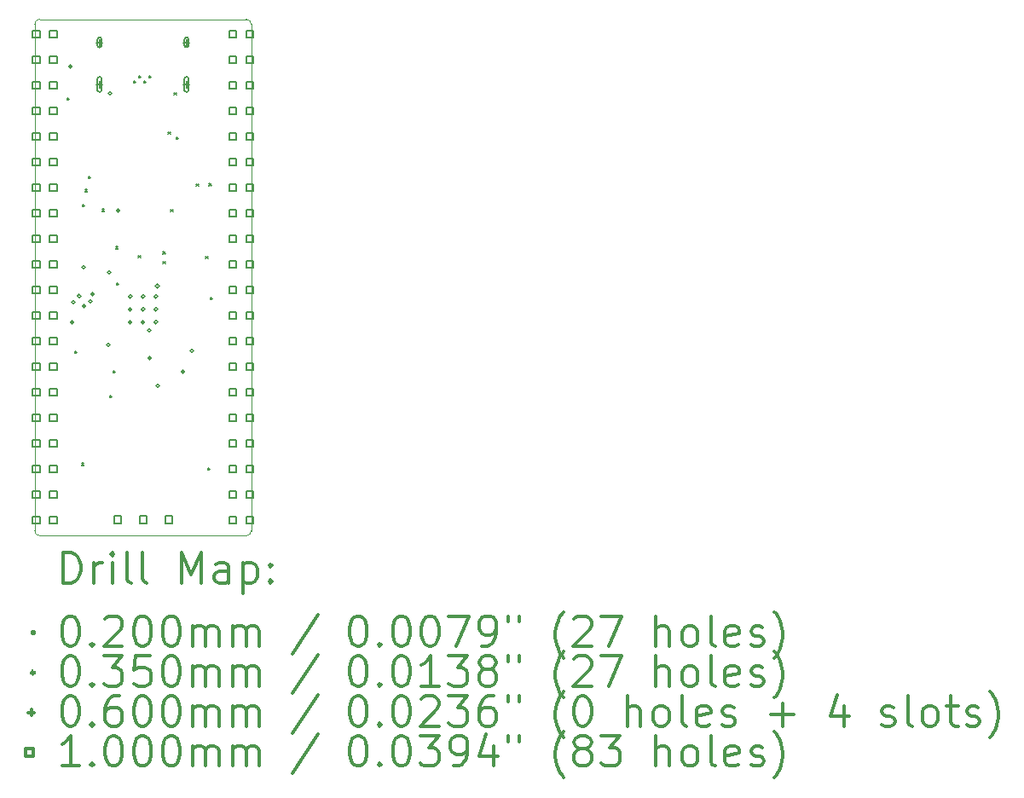
<source format=gbr>
%FSLAX45Y45*%
G04 Gerber Fmt 4.5, Leading zero omitted, Abs format (unit mm)*
G04 Created by KiCad (PCBNEW (5.1.10)-1) date 2021-09-14 15:49:51*
%MOMM*%
%LPD*%
G01*
G04 APERTURE LIST*
%TA.AperFunction,Profile*%
%ADD10C,0.050000*%
%TD*%
%ADD11C,0.200000*%
%ADD12C,0.300000*%
G04 APERTURE END LIST*
D10*
X11440000Y-10802500D02*
G75*
G02*
X11390000Y-10852500I-50000J0D01*
G01*
X9340000Y-10852500D02*
G75*
G02*
X9290000Y-10802500I0J50000D01*
G01*
X9290000Y-5772500D02*
G75*
G02*
X9340000Y-5722500I50000J0D01*
G01*
X11390000Y-5722500D02*
G75*
G02*
X11440000Y-5772500I0J-50000D01*
G01*
X11440000Y-10802500D02*
X11440000Y-5772500D01*
X9340000Y-5722500D02*
X11390000Y-5722500D01*
X9290000Y-10802500D02*
X9290000Y-5772500D01*
X9340000Y-10852500D02*
X11390000Y-10852500D01*
D11*
X9614000Y-6502500D02*
X9634000Y-6522500D01*
X9634000Y-6502500D02*
X9614000Y-6522500D01*
X9686000Y-9016500D02*
X9706000Y-9036500D01*
X9706000Y-9016500D02*
X9686000Y-9036500D01*
X9758000Y-10132500D02*
X9778000Y-10152500D01*
X9778000Y-10132500D02*
X9758000Y-10152500D01*
X9767000Y-7564500D02*
X9787000Y-7584500D01*
X9787000Y-7564500D02*
X9767000Y-7584500D01*
X9789000Y-7413500D02*
X9809000Y-7433500D01*
X9809000Y-7413500D02*
X9789000Y-7433500D01*
X9822000Y-7281500D02*
X9842000Y-7301500D01*
X9842000Y-7281500D02*
X9822000Y-7301500D01*
X9961000Y-7608500D02*
X9981000Y-7628500D01*
X9981000Y-7608500D02*
X9961000Y-7628500D01*
X10037000Y-9457500D02*
X10057000Y-9477500D01*
X10057000Y-9457500D02*
X10037000Y-9477500D01*
X10070000Y-9212500D02*
X10090000Y-9232500D01*
X10090000Y-9212500D02*
X10070000Y-9232500D01*
X10096620Y-7980720D02*
X10116620Y-8000720D01*
X10116620Y-7980720D02*
X10096620Y-8000720D01*
X10102540Y-8339000D02*
X10122540Y-8359000D01*
X10122540Y-8339000D02*
X10102540Y-8359000D01*
X10274420Y-6334800D02*
X10294420Y-6354800D01*
X10294420Y-6334800D02*
X10274420Y-6354800D01*
X10320137Y-8072040D02*
X10340137Y-8092040D01*
X10340137Y-8072040D02*
X10320137Y-8092040D01*
X10324999Y-6286539D02*
X10344999Y-6306539D01*
X10344999Y-6286539D02*
X10324999Y-6306539D01*
X10375000Y-6334619D02*
X10395000Y-6354619D01*
X10395000Y-6334619D02*
X10375000Y-6354619D01*
X10424280Y-6286541D02*
X10444280Y-6306541D01*
X10444280Y-6286541D02*
X10424280Y-6306541D01*
X10563296Y-8033698D02*
X10583296Y-8053698D01*
X10583296Y-8033698D02*
X10563296Y-8053698D01*
X10563296Y-8129699D02*
X10583296Y-8149699D01*
X10583296Y-8129699D02*
X10563296Y-8149699D01*
X10615000Y-6842498D02*
X10635000Y-6862498D01*
X10635000Y-6842498D02*
X10615000Y-6862498D01*
X10642022Y-7612240D02*
X10662022Y-7632240D01*
X10662022Y-7612240D02*
X10642022Y-7632240D01*
X10675000Y-6452000D02*
X10695000Y-6472000D01*
X10695000Y-6452000D02*
X10675000Y-6472000D01*
X10694000Y-6893500D02*
X10714000Y-6913500D01*
X10714000Y-6893500D02*
X10694000Y-6913500D01*
X10896000Y-7358500D02*
X10916000Y-7378500D01*
X10916000Y-7358500D02*
X10896000Y-7378500D01*
X10989000Y-8079500D02*
X11009000Y-8099500D01*
X11009000Y-8079500D02*
X10989000Y-8099500D01*
X11009000Y-10180500D02*
X11029000Y-10200500D01*
X11029000Y-10180500D02*
X11009000Y-10200500D01*
X11021000Y-7356500D02*
X11041000Y-7376500D01*
X11041000Y-7356500D02*
X11021000Y-7376500D01*
X11034000Y-8484000D02*
X11054000Y-8504000D01*
X11054000Y-8484000D02*
X11034000Y-8504000D01*
X9662500Y-6192500D02*
G75*
G03*
X9662500Y-6192500I-17500J0D01*
G01*
X9677500Y-8732500D02*
G75*
G03*
X9677500Y-8732500I-17500J0D01*
G01*
X9687500Y-8533500D02*
G75*
G03*
X9687500Y-8533500I-17500J0D01*
G01*
X9746693Y-8472500D02*
G75*
G03*
X9746693Y-8472500I-17500J0D01*
G01*
X9790000Y-8187500D02*
G75*
G03*
X9790000Y-8187500I-17500J0D01*
G01*
X9799194Y-8571999D02*
G75*
G03*
X9799194Y-8571999I-17500J0D01*
G01*
X9858593Y-8526207D02*
G75*
G03*
X9858593Y-8526207I-17500J0D01*
G01*
X9883500Y-8452500D02*
G75*
G03*
X9883500Y-8452500I-17500J0D01*
G01*
X10037500Y-8957500D02*
G75*
G03*
X10037500Y-8957500I-17500J0D01*
G01*
X10043750Y-8236250D02*
G75*
G03*
X10043750Y-8236250I-17500J0D01*
G01*
X10055000Y-6462000D02*
G75*
G03*
X10055000Y-6462000I-17500J0D01*
G01*
X10134500Y-7620640D02*
G75*
G03*
X10134500Y-7620640I-17500J0D01*
G01*
X10254000Y-8475000D02*
G75*
G03*
X10254000Y-8475000I-17500J0D01*
G01*
X10254000Y-8602500D02*
G75*
G03*
X10254000Y-8602500I-17500J0D01*
G01*
X10254000Y-8730000D02*
G75*
G03*
X10254000Y-8730000I-17500J0D01*
G01*
X10381500Y-8475000D02*
G75*
G03*
X10381500Y-8475000I-17500J0D01*
G01*
X10381500Y-8602500D02*
G75*
G03*
X10381500Y-8602500I-17500J0D01*
G01*
X10381500Y-8730000D02*
G75*
G03*
X10381500Y-8730000I-17500J0D01*
G01*
X10444500Y-8812500D02*
G75*
G03*
X10444500Y-8812500I-17500J0D01*
G01*
X10445927Y-9088028D02*
G75*
G03*
X10445927Y-9088028I-17500J0D01*
G01*
X10509000Y-8475000D02*
G75*
G03*
X10509000Y-8475000I-17500J0D01*
G01*
X10509000Y-8602500D02*
G75*
G03*
X10509000Y-8602500I-17500J0D01*
G01*
X10509000Y-8730000D02*
G75*
G03*
X10509000Y-8730000I-17500J0D01*
G01*
X10524000Y-8372500D02*
G75*
G03*
X10524000Y-8372500I-17500J0D01*
G01*
X10527804Y-9363984D02*
G75*
G03*
X10527804Y-9363984I-17500J0D01*
G01*
X10777500Y-9222500D02*
G75*
G03*
X10777500Y-9222500I-17500J0D01*
G01*
X10867500Y-9012500D02*
G75*
G03*
X10867500Y-9012500I-17500J0D01*
G01*
X9933000Y-5922500D02*
X9933000Y-5982500D01*
X9903000Y-5952500D02*
X9963000Y-5952500D01*
X9953000Y-5982500D02*
X9953000Y-5922500D01*
X9913000Y-5982500D02*
X9913000Y-5922500D01*
X9953000Y-5922500D02*
G75*
G03*
X9913000Y-5922500I-20000J0D01*
G01*
X9913000Y-5982500D02*
G75*
G03*
X9953000Y-5982500I20000J0D01*
G01*
X9933000Y-6340500D02*
X9933000Y-6400500D01*
X9903000Y-6370500D02*
X9963000Y-6370500D01*
X9953000Y-6425500D02*
X9953000Y-6315500D01*
X9913000Y-6425500D02*
X9913000Y-6315500D01*
X9953000Y-6315500D02*
G75*
G03*
X9913000Y-6315500I-20000J0D01*
G01*
X9913000Y-6425500D02*
G75*
G03*
X9953000Y-6425500I20000J0D01*
G01*
X10797000Y-5922500D02*
X10797000Y-5982500D01*
X10767000Y-5952500D02*
X10827000Y-5952500D01*
X10817000Y-5982500D02*
X10817000Y-5922500D01*
X10777000Y-5982500D02*
X10777000Y-5922500D01*
X10817000Y-5922500D02*
G75*
G03*
X10777000Y-5922500I-20000J0D01*
G01*
X10777000Y-5982500D02*
G75*
G03*
X10817000Y-5982500I20000J0D01*
G01*
X10797000Y-6340500D02*
X10797000Y-6400500D01*
X10767000Y-6370500D02*
X10827000Y-6370500D01*
X10817000Y-6425500D02*
X10817000Y-6315500D01*
X10777000Y-6425500D02*
X10777000Y-6315500D01*
X10817000Y-6315500D02*
G75*
G03*
X10777000Y-6315500I-20000J0D01*
G01*
X10777000Y-6425500D02*
G75*
G03*
X10817000Y-6425500I20000J0D01*
G01*
X9339356Y-9209856D02*
X9339356Y-9139144D01*
X9268644Y-9139144D01*
X9268644Y-9209856D01*
X9339356Y-9209856D01*
X9340356Y-5907856D02*
X9340356Y-5837144D01*
X9269644Y-5837144D01*
X9269644Y-5907856D01*
X9340356Y-5907856D01*
X9340356Y-6160856D02*
X9340356Y-6090144D01*
X9269644Y-6090144D01*
X9269644Y-6160856D01*
X9340356Y-6160856D01*
X9340356Y-6415856D02*
X9340356Y-6345144D01*
X9269644Y-6345144D01*
X9269644Y-6415856D01*
X9340356Y-6415856D01*
X9340356Y-6668856D02*
X9340356Y-6598144D01*
X9269644Y-6598144D01*
X9269644Y-6668856D01*
X9340356Y-6668856D01*
X9340356Y-6923856D02*
X9340356Y-6853144D01*
X9269644Y-6853144D01*
X9269644Y-6923856D01*
X9340356Y-6923856D01*
X9340356Y-7177856D02*
X9340356Y-7107144D01*
X9269644Y-7107144D01*
X9269644Y-7177856D01*
X9340356Y-7177856D01*
X9340356Y-7431856D02*
X9340356Y-7361144D01*
X9269644Y-7361144D01*
X9269644Y-7431856D01*
X9340356Y-7431856D01*
X9340356Y-7685856D02*
X9340356Y-7615144D01*
X9269644Y-7615144D01*
X9269644Y-7685856D01*
X9340356Y-7685856D01*
X9340356Y-8193856D02*
X9340356Y-8123144D01*
X9269644Y-8123144D01*
X9269644Y-8193856D01*
X9340356Y-8193856D01*
X9340356Y-8447856D02*
X9340356Y-8377144D01*
X9269644Y-8377144D01*
X9269644Y-8447856D01*
X9340356Y-8447856D01*
X9340356Y-8701856D02*
X9340356Y-8631144D01*
X9269644Y-8631144D01*
X9269644Y-8701856D01*
X9340356Y-8701856D01*
X9340356Y-8955856D02*
X9340356Y-8885144D01*
X9269644Y-8885144D01*
X9269644Y-8955856D01*
X9340356Y-8955856D01*
X9340356Y-9463856D02*
X9340356Y-9393144D01*
X9269644Y-9393144D01*
X9269644Y-9463856D01*
X9340356Y-9463856D01*
X9340356Y-9717856D02*
X9340356Y-9647144D01*
X9269644Y-9647144D01*
X9269644Y-9717856D01*
X9340356Y-9717856D01*
X9340356Y-9971856D02*
X9340356Y-9901144D01*
X9269644Y-9901144D01*
X9269644Y-9971856D01*
X9340356Y-9971856D01*
X9340356Y-10225856D02*
X9340356Y-10155144D01*
X9269644Y-10155144D01*
X9269644Y-10225856D01*
X9340356Y-10225856D01*
X9340356Y-10479856D02*
X9340356Y-10409144D01*
X9269644Y-10409144D01*
X9269644Y-10479856D01*
X9340356Y-10479856D01*
X9340356Y-10733856D02*
X9340356Y-10663144D01*
X9269644Y-10663144D01*
X9269644Y-10733856D01*
X9340356Y-10733856D01*
X9341356Y-7939856D02*
X9341356Y-7869144D01*
X9270644Y-7869144D01*
X9270644Y-7939856D01*
X9341356Y-7939856D01*
X9510356Y-5907856D02*
X9510356Y-5837144D01*
X9439644Y-5837144D01*
X9439644Y-5907856D01*
X9510356Y-5907856D01*
X9510356Y-6161856D02*
X9510356Y-6091144D01*
X9439644Y-6091144D01*
X9439644Y-6161856D01*
X9510356Y-6161856D01*
X9510356Y-6415856D02*
X9510356Y-6345144D01*
X9439644Y-6345144D01*
X9439644Y-6415856D01*
X9510356Y-6415856D01*
X9510356Y-6669856D02*
X9510356Y-6599144D01*
X9439644Y-6599144D01*
X9439644Y-6669856D01*
X9510356Y-6669856D01*
X9510356Y-6923856D02*
X9510356Y-6853144D01*
X9439644Y-6853144D01*
X9439644Y-6923856D01*
X9510356Y-6923856D01*
X9510356Y-7177856D02*
X9510356Y-7107144D01*
X9439644Y-7107144D01*
X9439644Y-7177856D01*
X9510356Y-7177856D01*
X9510356Y-7431856D02*
X9510356Y-7361144D01*
X9439644Y-7361144D01*
X9439644Y-7431856D01*
X9510356Y-7431856D01*
X9510356Y-7685856D02*
X9510356Y-7615144D01*
X9439644Y-7615144D01*
X9439644Y-7685856D01*
X9510356Y-7685856D01*
X9510356Y-7939856D02*
X9510356Y-7869144D01*
X9439644Y-7869144D01*
X9439644Y-7939856D01*
X9510356Y-7939856D01*
X9510356Y-8193856D02*
X9510356Y-8123144D01*
X9439644Y-8123144D01*
X9439644Y-8193856D01*
X9510356Y-8193856D01*
X9510356Y-8447856D02*
X9510356Y-8377144D01*
X9439644Y-8377144D01*
X9439644Y-8447856D01*
X9510356Y-8447856D01*
X9510356Y-8701856D02*
X9510356Y-8631144D01*
X9439644Y-8631144D01*
X9439644Y-8701856D01*
X9510356Y-8701856D01*
X9510356Y-8955856D02*
X9510356Y-8885144D01*
X9439644Y-8885144D01*
X9439644Y-8955856D01*
X9510356Y-8955856D01*
X9510356Y-9209856D02*
X9510356Y-9139144D01*
X9439644Y-9139144D01*
X9439644Y-9209856D01*
X9510356Y-9209856D01*
X9510356Y-9463856D02*
X9510356Y-9393144D01*
X9439644Y-9393144D01*
X9439644Y-9463856D01*
X9510356Y-9463856D01*
X9510356Y-9717856D02*
X9510356Y-9647144D01*
X9439644Y-9647144D01*
X9439644Y-9717856D01*
X9510356Y-9717856D01*
X9510356Y-9971856D02*
X9510356Y-9901144D01*
X9439644Y-9901144D01*
X9439644Y-9971856D01*
X9510356Y-9971856D01*
X9510356Y-10225856D02*
X9510356Y-10155144D01*
X9439644Y-10155144D01*
X9439644Y-10225856D01*
X9510356Y-10225856D01*
X9510356Y-10479856D02*
X9510356Y-10409144D01*
X9439644Y-10409144D01*
X9439644Y-10479856D01*
X9510356Y-10479856D01*
X9510356Y-10733856D02*
X9510356Y-10663144D01*
X9439644Y-10663144D01*
X9439644Y-10733856D01*
X9510356Y-10733856D01*
X10150356Y-10727856D02*
X10150356Y-10657144D01*
X10079644Y-10657144D01*
X10079644Y-10727856D01*
X10150356Y-10727856D01*
X10404356Y-10727856D02*
X10404356Y-10657144D01*
X10333644Y-10657144D01*
X10333644Y-10727856D01*
X10404356Y-10727856D01*
X10658356Y-10727856D02*
X10658356Y-10657144D01*
X10587644Y-10657144D01*
X10587644Y-10727856D01*
X10658356Y-10727856D01*
X11290356Y-5907856D02*
X11290356Y-5837144D01*
X11219644Y-5837144D01*
X11219644Y-5907856D01*
X11290356Y-5907856D01*
X11290356Y-6161856D02*
X11290356Y-6091144D01*
X11219644Y-6091144D01*
X11219644Y-6161856D01*
X11290356Y-6161856D01*
X11290356Y-6415856D02*
X11290356Y-6345144D01*
X11219644Y-6345144D01*
X11219644Y-6415856D01*
X11290356Y-6415856D01*
X11290356Y-6669856D02*
X11290356Y-6599144D01*
X11219644Y-6599144D01*
X11219644Y-6669856D01*
X11290356Y-6669856D01*
X11290356Y-6923856D02*
X11290356Y-6853144D01*
X11219644Y-6853144D01*
X11219644Y-6923856D01*
X11290356Y-6923856D01*
X11290356Y-7177856D02*
X11290356Y-7107144D01*
X11219644Y-7107144D01*
X11219644Y-7177856D01*
X11290356Y-7177856D01*
X11290356Y-7431856D02*
X11290356Y-7361144D01*
X11219644Y-7361144D01*
X11219644Y-7431856D01*
X11290356Y-7431856D01*
X11290356Y-7685856D02*
X11290356Y-7615144D01*
X11219644Y-7615144D01*
X11219644Y-7685856D01*
X11290356Y-7685856D01*
X11290356Y-7939856D02*
X11290356Y-7869144D01*
X11219644Y-7869144D01*
X11219644Y-7939856D01*
X11290356Y-7939856D01*
X11290356Y-8193856D02*
X11290356Y-8123144D01*
X11219644Y-8123144D01*
X11219644Y-8193856D01*
X11290356Y-8193856D01*
X11290356Y-8447856D02*
X11290356Y-8377144D01*
X11219644Y-8377144D01*
X11219644Y-8447856D01*
X11290356Y-8447856D01*
X11290356Y-8701856D02*
X11290356Y-8631144D01*
X11219644Y-8631144D01*
X11219644Y-8701856D01*
X11290356Y-8701856D01*
X11290356Y-8955856D02*
X11290356Y-8885144D01*
X11219644Y-8885144D01*
X11219644Y-8955856D01*
X11290356Y-8955856D01*
X11290356Y-9209856D02*
X11290356Y-9139144D01*
X11219644Y-9139144D01*
X11219644Y-9209856D01*
X11290356Y-9209856D01*
X11290356Y-9463856D02*
X11290356Y-9393144D01*
X11219644Y-9393144D01*
X11219644Y-9463856D01*
X11290356Y-9463856D01*
X11290356Y-9717856D02*
X11290356Y-9647144D01*
X11219644Y-9647144D01*
X11219644Y-9717856D01*
X11290356Y-9717856D01*
X11290356Y-9971856D02*
X11290356Y-9901144D01*
X11219644Y-9901144D01*
X11219644Y-9971856D01*
X11290356Y-9971856D01*
X11290356Y-10225856D02*
X11290356Y-10155144D01*
X11219644Y-10155144D01*
X11219644Y-10225856D01*
X11290356Y-10225856D01*
X11290356Y-10479856D02*
X11290356Y-10409144D01*
X11219644Y-10409144D01*
X11219644Y-10479856D01*
X11290356Y-10479856D01*
X11290356Y-10733856D02*
X11290356Y-10663144D01*
X11219644Y-10663144D01*
X11219644Y-10733856D01*
X11290356Y-10733856D01*
X11460356Y-5907856D02*
X11460356Y-5837144D01*
X11389644Y-5837144D01*
X11389644Y-5907856D01*
X11460356Y-5907856D01*
X11460356Y-6161856D02*
X11460356Y-6091144D01*
X11389644Y-6091144D01*
X11389644Y-6161856D01*
X11460356Y-6161856D01*
X11460356Y-6415856D02*
X11460356Y-6345144D01*
X11389644Y-6345144D01*
X11389644Y-6415856D01*
X11460356Y-6415856D01*
X11460356Y-6669856D02*
X11460356Y-6599144D01*
X11389644Y-6599144D01*
X11389644Y-6669856D01*
X11460356Y-6669856D01*
X11460356Y-6923856D02*
X11460356Y-6853144D01*
X11389644Y-6853144D01*
X11389644Y-6923856D01*
X11460356Y-6923856D01*
X11460356Y-7177856D02*
X11460356Y-7107144D01*
X11389644Y-7107144D01*
X11389644Y-7177856D01*
X11460356Y-7177856D01*
X11460356Y-7431856D02*
X11460356Y-7361144D01*
X11389644Y-7361144D01*
X11389644Y-7431856D01*
X11460356Y-7431856D01*
X11460356Y-7685856D02*
X11460356Y-7615144D01*
X11389644Y-7615144D01*
X11389644Y-7685856D01*
X11460356Y-7685856D01*
X11460356Y-7939856D02*
X11460356Y-7869144D01*
X11389644Y-7869144D01*
X11389644Y-7939856D01*
X11460356Y-7939856D01*
X11460356Y-8193856D02*
X11460356Y-8123144D01*
X11389644Y-8123144D01*
X11389644Y-8193856D01*
X11460356Y-8193856D01*
X11460356Y-8447856D02*
X11460356Y-8377144D01*
X11389644Y-8377144D01*
X11389644Y-8447856D01*
X11460356Y-8447856D01*
X11460356Y-8701856D02*
X11460356Y-8631144D01*
X11389644Y-8631144D01*
X11389644Y-8701856D01*
X11460356Y-8701856D01*
X11460356Y-8955856D02*
X11460356Y-8885144D01*
X11389644Y-8885144D01*
X11389644Y-8955856D01*
X11460356Y-8955856D01*
X11460356Y-9209856D02*
X11460356Y-9139144D01*
X11389644Y-9139144D01*
X11389644Y-9209856D01*
X11460356Y-9209856D01*
X11460356Y-9463856D02*
X11460356Y-9393144D01*
X11389644Y-9393144D01*
X11389644Y-9463856D01*
X11460356Y-9463856D01*
X11460356Y-9717856D02*
X11460356Y-9647144D01*
X11389644Y-9647144D01*
X11389644Y-9717856D01*
X11460356Y-9717856D01*
X11460356Y-9971856D02*
X11460356Y-9901144D01*
X11389644Y-9901144D01*
X11389644Y-9971856D01*
X11460356Y-9971856D01*
X11460356Y-10225856D02*
X11460356Y-10155144D01*
X11389644Y-10155144D01*
X11389644Y-10225856D01*
X11460356Y-10225856D01*
X11460356Y-10479856D02*
X11460356Y-10409144D01*
X11389644Y-10409144D01*
X11389644Y-10479856D01*
X11460356Y-10479856D01*
X11460356Y-10733856D02*
X11460356Y-10663144D01*
X11389644Y-10663144D01*
X11389644Y-10733856D01*
X11460356Y-10733856D01*
D12*
X9573928Y-11320714D02*
X9573928Y-11020714D01*
X9645357Y-11020714D01*
X9688214Y-11035000D01*
X9716786Y-11063572D01*
X9731071Y-11092143D01*
X9745357Y-11149286D01*
X9745357Y-11192143D01*
X9731071Y-11249286D01*
X9716786Y-11277857D01*
X9688214Y-11306429D01*
X9645357Y-11320714D01*
X9573928Y-11320714D01*
X9873928Y-11320714D02*
X9873928Y-11120714D01*
X9873928Y-11177857D02*
X9888214Y-11149286D01*
X9902500Y-11135000D01*
X9931071Y-11120714D01*
X9959643Y-11120714D01*
X10059643Y-11320714D02*
X10059643Y-11120714D01*
X10059643Y-11020714D02*
X10045357Y-11035000D01*
X10059643Y-11049286D01*
X10073928Y-11035000D01*
X10059643Y-11020714D01*
X10059643Y-11049286D01*
X10245357Y-11320714D02*
X10216786Y-11306429D01*
X10202500Y-11277857D01*
X10202500Y-11020714D01*
X10402500Y-11320714D02*
X10373928Y-11306429D01*
X10359643Y-11277857D01*
X10359643Y-11020714D01*
X10745357Y-11320714D02*
X10745357Y-11020714D01*
X10845357Y-11235000D01*
X10945357Y-11020714D01*
X10945357Y-11320714D01*
X11216786Y-11320714D02*
X11216786Y-11163572D01*
X11202500Y-11135000D01*
X11173928Y-11120714D01*
X11116786Y-11120714D01*
X11088214Y-11135000D01*
X11216786Y-11306429D02*
X11188214Y-11320714D01*
X11116786Y-11320714D01*
X11088214Y-11306429D01*
X11073928Y-11277857D01*
X11073928Y-11249286D01*
X11088214Y-11220714D01*
X11116786Y-11206429D01*
X11188214Y-11206429D01*
X11216786Y-11192143D01*
X11359643Y-11120714D02*
X11359643Y-11420714D01*
X11359643Y-11135000D02*
X11388214Y-11120714D01*
X11445357Y-11120714D01*
X11473928Y-11135000D01*
X11488214Y-11149286D01*
X11502500Y-11177857D01*
X11502500Y-11263571D01*
X11488214Y-11292143D01*
X11473928Y-11306429D01*
X11445357Y-11320714D01*
X11388214Y-11320714D01*
X11359643Y-11306429D01*
X11631071Y-11292143D02*
X11645357Y-11306429D01*
X11631071Y-11320714D01*
X11616786Y-11306429D01*
X11631071Y-11292143D01*
X11631071Y-11320714D01*
X11631071Y-11135000D02*
X11645357Y-11149286D01*
X11631071Y-11163572D01*
X11616786Y-11149286D01*
X11631071Y-11135000D01*
X11631071Y-11163572D01*
X9267500Y-11805000D02*
X9287500Y-11825000D01*
X9287500Y-11805000D02*
X9267500Y-11825000D01*
X9631071Y-11650714D02*
X9659643Y-11650714D01*
X9688214Y-11665000D01*
X9702500Y-11679286D01*
X9716786Y-11707857D01*
X9731071Y-11765000D01*
X9731071Y-11836429D01*
X9716786Y-11893571D01*
X9702500Y-11922143D01*
X9688214Y-11936429D01*
X9659643Y-11950714D01*
X9631071Y-11950714D01*
X9602500Y-11936429D01*
X9588214Y-11922143D01*
X9573928Y-11893571D01*
X9559643Y-11836429D01*
X9559643Y-11765000D01*
X9573928Y-11707857D01*
X9588214Y-11679286D01*
X9602500Y-11665000D01*
X9631071Y-11650714D01*
X9859643Y-11922143D02*
X9873928Y-11936429D01*
X9859643Y-11950714D01*
X9845357Y-11936429D01*
X9859643Y-11922143D01*
X9859643Y-11950714D01*
X9988214Y-11679286D02*
X10002500Y-11665000D01*
X10031071Y-11650714D01*
X10102500Y-11650714D01*
X10131071Y-11665000D01*
X10145357Y-11679286D01*
X10159643Y-11707857D01*
X10159643Y-11736429D01*
X10145357Y-11779286D01*
X9973928Y-11950714D01*
X10159643Y-11950714D01*
X10345357Y-11650714D02*
X10373928Y-11650714D01*
X10402500Y-11665000D01*
X10416786Y-11679286D01*
X10431071Y-11707857D01*
X10445357Y-11765000D01*
X10445357Y-11836429D01*
X10431071Y-11893571D01*
X10416786Y-11922143D01*
X10402500Y-11936429D01*
X10373928Y-11950714D01*
X10345357Y-11950714D01*
X10316786Y-11936429D01*
X10302500Y-11922143D01*
X10288214Y-11893571D01*
X10273928Y-11836429D01*
X10273928Y-11765000D01*
X10288214Y-11707857D01*
X10302500Y-11679286D01*
X10316786Y-11665000D01*
X10345357Y-11650714D01*
X10631071Y-11650714D02*
X10659643Y-11650714D01*
X10688214Y-11665000D01*
X10702500Y-11679286D01*
X10716786Y-11707857D01*
X10731071Y-11765000D01*
X10731071Y-11836429D01*
X10716786Y-11893571D01*
X10702500Y-11922143D01*
X10688214Y-11936429D01*
X10659643Y-11950714D01*
X10631071Y-11950714D01*
X10602500Y-11936429D01*
X10588214Y-11922143D01*
X10573928Y-11893571D01*
X10559643Y-11836429D01*
X10559643Y-11765000D01*
X10573928Y-11707857D01*
X10588214Y-11679286D01*
X10602500Y-11665000D01*
X10631071Y-11650714D01*
X10859643Y-11950714D02*
X10859643Y-11750714D01*
X10859643Y-11779286D02*
X10873928Y-11765000D01*
X10902500Y-11750714D01*
X10945357Y-11750714D01*
X10973928Y-11765000D01*
X10988214Y-11793571D01*
X10988214Y-11950714D01*
X10988214Y-11793571D02*
X11002500Y-11765000D01*
X11031071Y-11750714D01*
X11073928Y-11750714D01*
X11102500Y-11765000D01*
X11116786Y-11793571D01*
X11116786Y-11950714D01*
X11259643Y-11950714D02*
X11259643Y-11750714D01*
X11259643Y-11779286D02*
X11273928Y-11765000D01*
X11302500Y-11750714D01*
X11345357Y-11750714D01*
X11373928Y-11765000D01*
X11388214Y-11793571D01*
X11388214Y-11950714D01*
X11388214Y-11793571D02*
X11402500Y-11765000D01*
X11431071Y-11750714D01*
X11473928Y-11750714D01*
X11502500Y-11765000D01*
X11516786Y-11793571D01*
X11516786Y-11950714D01*
X12102500Y-11636429D02*
X11845357Y-12022143D01*
X12488214Y-11650714D02*
X12516786Y-11650714D01*
X12545357Y-11665000D01*
X12559643Y-11679286D01*
X12573928Y-11707857D01*
X12588214Y-11765000D01*
X12588214Y-11836429D01*
X12573928Y-11893571D01*
X12559643Y-11922143D01*
X12545357Y-11936429D01*
X12516786Y-11950714D01*
X12488214Y-11950714D01*
X12459643Y-11936429D01*
X12445357Y-11922143D01*
X12431071Y-11893571D01*
X12416786Y-11836429D01*
X12416786Y-11765000D01*
X12431071Y-11707857D01*
X12445357Y-11679286D01*
X12459643Y-11665000D01*
X12488214Y-11650714D01*
X12716786Y-11922143D02*
X12731071Y-11936429D01*
X12716786Y-11950714D01*
X12702500Y-11936429D01*
X12716786Y-11922143D01*
X12716786Y-11950714D01*
X12916786Y-11650714D02*
X12945357Y-11650714D01*
X12973928Y-11665000D01*
X12988214Y-11679286D01*
X13002500Y-11707857D01*
X13016786Y-11765000D01*
X13016786Y-11836429D01*
X13002500Y-11893571D01*
X12988214Y-11922143D01*
X12973928Y-11936429D01*
X12945357Y-11950714D01*
X12916786Y-11950714D01*
X12888214Y-11936429D01*
X12873928Y-11922143D01*
X12859643Y-11893571D01*
X12845357Y-11836429D01*
X12845357Y-11765000D01*
X12859643Y-11707857D01*
X12873928Y-11679286D01*
X12888214Y-11665000D01*
X12916786Y-11650714D01*
X13202500Y-11650714D02*
X13231071Y-11650714D01*
X13259643Y-11665000D01*
X13273928Y-11679286D01*
X13288214Y-11707857D01*
X13302500Y-11765000D01*
X13302500Y-11836429D01*
X13288214Y-11893571D01*
X13273928Y-11922143D01*
X13259643Y-11936429D01*
X13231071Y-11950714D01*
X13202500Y-11950714D01*
X13173928Y-11936429D01*
X13159643Y-11922143D01*
X13145357Y-11893571D01*
X13131071Y-11836429D01*
X13131071Y-11765000D01*
X13145357Y-11707857D01*
X13159643Y-11679286D01*
X13173928Y-11665000D01*
X13202500Y-11650714D01*
X13402500Y-11650714D02*
X13602500Y-11650714D01*
X13473928Y-11950714D01*
X13731071Y-11950714D02*
X13788214Y-11950714D01*
X13816786Y-11936429D01*
X13831071Y-11922143D01*
X13859643Y-11879286D01*
X13873928Y-11822143D01*
X13873928Y-11707857D01*
X13859643Y-11679286D01*
X13845357Y-11665000D01*
X13816786Y-11650714D01*
X13759643Y-11650714D01*
X13731071Y-11665000D01*
X13716786Y-11679286D01*
X13702500Y-11707857D01*
X13702500Y-11779286D01*
X13716786Y-11807857D01*
X13731071Y-11822143D01*
X13759643Y-11836429D01*
X13816786Y-11836429D01*
X13845357Y-11822143D01*
X13859643Y-11807857D01*
X13873928Y-11779286D01*
X13988214Y-11650714D02*
X13988214Y-11707857D01*
X14102500Y-11650714D02*
X14102500Y-11707857D01*
X14545357Y-12065000D02*
X14531071Y-12050714D01*
X14502500Y-12007857D01*
X14488214Y-11979286D01*
X14473928Y-11936429D01*
X14459643Y-11865000D01*
X14459643Y-11807857D01*
X14473928Y-11736429D01*
X14488214Y-11693571D01*
X14502500Y-11665000D01*
X14531071Y-11622143D01*
X14545357Y-11607857D01*
X14645357Y-11679286D02*
X14659643Y-11665000D01*
X14688214Y-11650714D01*
X14759643Y-11650714D01*
X14788214Y-11665000D01*
X14802500Y-11679286D01*
X14816786Y-11707857D01*
X14816786Y-11736429D01*
X14802500Y-11779286D01*
X14631071Y-11950714D01*
X14816786Y-11950714D01*
X14916786Y-11650714D02*
X15116786Y-11650714D01*
X14988214Y-11950714D01*
X15459643Y-11950714D02*
X15459643Y-11650714D01*
X15588214Y-11950714D02*
X15588214Y-11793571D01*
X15573928Y-11765000D01*
X15545357Y-11750714D01*
X15502500Y-11750714D01*
X15473928Y-11765000D01*
X15459643Y-11779286D01*
X15773928Y-11950714D02*
X15745357Y-11936429D01*
X15731071Y-11922143D01*
X15716786Y-11893571D01*
X15716786Y-11807857D01*
X15731071Y-11779286D01*
X15745357Y-11765000D01*
X15773928Y-11750714D01*
X15816786Y-11750714D01*
X15845357Y-11765000D01*
X15859643Y-11779286D01*
X15873928Y-11807857D01*
X15873928Y-11893571D01*
X15859643Y-11922143D01*
X15845357Y-11936429D01*
X15816786Y-11950714D01*
X15773928Y-11950714D01*
X16045357Y-11950714D02*
X16016786Y-11936429D01*
X16002500Y-11907857D01*
X16002500Y-11650714D01*
X16273928Y-11936429D02*
X16245357Y-11950714D01*
X16188214Y-11950714D01*
X16159643Y-11936429D01*
X16145357Y-11907857D01*
X16145357Y-11793571D01*
X16159643Y-11765000D01*
X16188214Y-11750714D01*
X16245357Y-11750714D01*
X16273928Y-11765000D01*
X16288214Y-11793571D01*
X16288214Y-11822143D01*
X16145357Y-11850714D01*
X16402500Y-11936429D02*
X16431071Y-11950714D01*
X16488214Y-11950714D01*
X16516786Y-11936429D01*
X16531071Y-11907857D01*
X16531071Y-11893571D01*
X16516786Y-11865000D01*
X16488214Y-11850714D01*
X16445357Y-11850714D01*
X16416786Y-11836429D01*
X16402500Y-11807857D01*
X16402500Y-11793571D01*
X16416786Y-11765000D01*
X16445357Y-11750714D01*
X16488214Y-11750714D01*
X16516786Y-11765000D01*
X16631071Y-12065000D02*
X16645357Y-12050714D01*
X16673928Y-12007857D01*
X16688214Y-11979286D01*
X16702500Y-11936429D01*
X16716786Y-11865000D01*
X16716786Y-11807857D01*
X16702500Y-11736429D01*
X16688214Y-11693571D01*
X16673928Y-11665000D01*
X16645357Y-11622143D01*
X16631071Y-11607857D01*
X9287500Y-12211000D02*
G75*
G03*
X9287500Y-12211000I-17500J0D01*
G01*
X9631071Y-12046714D02*
X9659643Y-12046714D01*
X9688214Y-12061000D01*
X9702500Y-12075286D01*
X9716786Y-12103857D01*
X9731071Y-12161000D01*
X9731071Y-12232429D01*
X9716786Y-12289571D01*
X9702500Y-12318143D01*
X9688214Y-12332429D01*
X9659643Y-12346714D01*
X9631071Y-12346714D01*
X9602500Y-12332429D01*
X9588214Y-12318143D01*
X9573928Y-12289571D01*
X9559643Y-12232429D01*
X9559643Y-12161000D01*
X9573928Y-12103857D01*
X9588214Y-12075286D01*
X9602500Y-12061000D01*
X9631071Y-12046714D01*
X9859643Y-12318143D02*
X9873928Y-12332429D01*
X9859643Y-12346714D01*
X9845357Y-12332429D01*
X9859643Y-12318143D01*
X9859643Y-12346714D01*
X9973928Y-12046714D02*
X10159643Y-12046714D01*
X10059643Y-12161000D01*
X10102500Y-12161000D01*
X10131071Y-12175286D01*
X10145357Y-12189571D01*
X10159643Y-12218143D01*
X10159643Y-12289571D01*
X10145357Y-12318143D01*
X10131071Y-12332429D01*
X10102500Y-12346714D01*
X10016786Y-12346714D01*
X9988214Y-12332429D01*
X9973928Y-12318143D01*
X10431071Y-12046714D02*
X10288214Y-12046714D01*
X10273928Y-12189571D01*
X10288214Y-12175286D01*
X10316786Y-12161000D01*
X10388214Y-12161000D01*
X10416786Y-12175286D01*
X10431071Y-12189571D01*
X10445357Y-12218143D01*
X10445357Y-12289571D01*
X10431071Y-12318143D01*
X10416786Y-12332429D01*
X10388214Y-12346714D01*
X10316786Y-12346714D01*
X10288214Y-12332429D01*
X10273928Y-12318143D01*
X10631071Y-12046714D02*
X10659643Y-12046714D01*
X10688214Y-12061000D01*
X10702500Y-12075286D01*
X10716786Y-12103857D01*
X10731071Y-12161000D01*
X10731071Y-12232429D01*
X10716786Y-12289571D01*
X10702500Y-12318143D01*
X10688214Y-12332429D01*
X10659643Y-12346714D01*
X10631071Y-12346714D01*
X10602500Y-12332429D01*
X10588214Y-12318143D01*
X10573928Y-12289571D01*
X10559643Y-12232429D01*
X10559643Y-12161000D01*
X10573928Y-12103857D01*
X10588214Y-12075286D01*
X10602500Y-12061000D01*
X10631071Y-12046714D01*
X10859643Y-12346714D02*
X10859643Y-12146714D01*
X10859643Y-12175286D02*
X10873928Y-12161000D01*
X10902500Y-12146714D01*
X10945357Y-12146714D01*
X10973928Y-12161000D01*
X10988214Y-12189571D01*
X10988214Y-12346714D01*
X10988214Y-12189571D02*
X11002500Y-12161000D01*
X11031071Y-12146714D01*
X11073928Y-12146714D01*
X11102500Y-12161000D01*
X11116786Y-12189571D01*
X11116786Y-12346714D01*
X11259643Y-12346714D02*
X11259643Y-12146714D01*
X11259643Y-12175286D02*
X11273928Y-12161000D01*
X11302500Y-12146714D01*
X11345357Y-12146714D01*
X11373928Y-12161000D01*
X11388214Y-12189571D01*
X11388214Y-12346714D01*
X11388214Y-12189571D02*
X11402500Y-12161000D01*
X11431071Y-12146714D01*
X11473928Y-12146714D01*
X11502500Y-12161000D01*
X11516786Y-12189571D01*
X11516786Y-12346714D01*
X12102500Y-12032429D02*
X11845357Y-12418143D01*
X12488214Y-12046714D02*
X12516786Y-12046714D01*
X12545357Y-12061000D01*
X12559643Y-12075286D01*
X12573928Y-12103857D01*
X12588214Y-12161000D01*
X12588214Y-12232429D01*
X12573928Y-12289571D01*
X12559643Y-12318143D01*
X12545357Y-12332429D01*
X12516786Y-12346714D01*
X12488214Y-12346714D01*
X12459643Y-12332429D01*
X12445357Y-12318143D01*
X12431071Y-12289571D01*
X12416786Y-12232429D01*
X12416786Y-12161000D01*
X12431071Y-12103857D01*
X12445357Y-12075286D01*
X12459643Y-12061000D01*
X12488214Y-12046714D01*
X12716786Y-12318143D02*
X12731071Y-12332429D01*
X12716786Y-12346714D01*
X12702500Y-12332429D01*
X12716786Y-12318143D01*
X12716786Y-12346714D01*
X12916786Y-12046714D02*
X12945357Y-12046714D01*
X12973928Y-12061000D01*
X12988214Y-12075286D01*
X13002500Y-12103857D01*
X13016786Y-12161000D01*
X13016786Y-12232429D01*
X13002500Y-12289571D01*
X12988214Y-12318143D01*
X12973928Y-12332429D01*
X12945357Y-12346714D01*
X12916786Y-12346714D01*
X12888214Y-12332429D01*
X12873928Y-12318143D01*
X12859643Y-12289571D01*
X12845357Y-12232429D01*
X12845357Y-12161000D01*
X12859643Y-12103857D01*
X12873928Y-12075286D01*
X12888214Y-12061000D01*
X12916786Y-12046714D01*
X13302500Y-12346714D02*
X13131071Y-12346714D01*
X13216786Y-12346714D02*
X13216786Y-12046714D01*
X13188214Y-12089571D01*
X13159643Y-12118143D01*
X13131071Y-12132429D01*
X13402500Y-12046714D02*
X13588214Y-12046714D01*
X13488214Y-12161000D01*
X13531071Y-12161000D01*
X13559643Y-12175286D01*
X13573928Y-12189571D01*
X13588214Y-12218143D01*
X13588214Y-12289571D01*
X13573928Y-12318143D01*
X13559643Y-12332429D01*
X13531071Y-12346714D01*
X13445357Y-12346714D01*
X13416786Y-12332429D01*
X13402500Y-12318143D01*
X13759643Y-12175286D02*
X13731071Y-12161000D01*
X13716786Y-12146714D01*
X13702500Y-12118143D01*
X13702500Y-12103857D01*
X13716786Y-12075286D01*
X13731071Y-12061000D01*
X13759643Y-12046714D01*
X13816786Y-12046714D01*
X13845357Y-12061000D01*
X13859643Y-12075286D01*
X13873928Y-12103857D01*
X13873928Y-12118143D01*
X13859643Y-12146714D01*
X13845357Y-12161000D01*
X13816786Y-12175286D01*
X13759643Y-12175286D01*
X13731071Y-12189571D01*
X13716786Y-12203857D01*
X13702500Y-12232429D01*
X13702500Y-12289571D01*
X13716786Y-12318143D01*
X13731071Y-12332429D01*
X13759643Y-12346714D01*
X13816786Y-12346714D01*
X13845357Y-12332429D01*
X13859643Y-12318143D01*
X13873928Y-12289571D01*
X13873928Y-12232429D01*
X13859643Y-12203857D01*
X13845357Y-12189571D01*
X13816786Y-12175286D01*
X13988214Y-12046714D02*
X13988214Y-12103857D01*
X14102500Y-12046714D02*
X14102500Y-12103857D01*
X14545357Y-12461000D02*
X14531071Y-12446714D01*
X14502500Y-12403857D01*
X14488214Y-12375286D01*
X14473928Y-12332429D01*
X14459643Y-12261000D01*
X14459643Y-12203857D01*
X14473928Y-12132429D01*
X14488214Y-12089571D01*
X14502500Y-12061000D01*
X14531071Y-12018143D01*
X14545357Y-12003857D01*
X14645357Y-12075286D02*
X14659643Y-12061000D01*
X14688214Y-12046714D01*
X14759643Y-12046714D01*
X14788214Y-12061000D01*
X14802500Y-12075286D01*
X14816786Y-12103857D01*
X14816786Y-12132429D01*
X14802500Y-12175286D01*
X14631071Y-12346714D01*
X14816786Y-12346714D01*
X14916786Y-12046714D02*
X15116786Y-12046714D01*
X14988214Y-12346714D01*
X15459643Y-12346714D02*
X15459643Y-12046714D01*
X15588214Y-12346714D02*
X15588214Y-12189571D01*
X15573928Y-12161000D01*
X15545357Y-12146714D01*
X15502500Y-12146714D01*
X15473928Y-12161000D01*
X15459643Y-12175286D01*
X15773928Y-12346714D02*
X15745357Y-12332429D01*
X15731071Y-12318143D01*
X15716786Y-12289571D01*
X15716786Y-12203857D01*
X15731071Y-12175286D01*
X15745357Y-12161000D01*
X15773928Y-12146714D01*
X15816786Y-12146714D01*
X15845357Y-12161000D01*
X15859643Y-12175286D01*
X15873928Y-12203857D01*
X15873928Y-12289571D01*
X15859643Y-12318143D01*
X15845357Y-12332429D01*
X15816786Y-12346714D01*
X15773928Y-12346714D01*
X16045357Y-12346714D02*
X16016786Y-12332429D01*
X16002500Y-12303857D01*
X16002500Y-12046714D01*
X16273928Y-12332429D02*
X16245357Y-12346714D01*
X16188214Y-12346714D01*
X16159643Y-12332429D01*
X16145357Y-12303857D01*
X16145357Y-12189571D01*
X16159643Y-12161000D01*
X16188214Y-12146714D01*
X16245357Y-12146714D01*
X16273928Y-12161000D01*
X16288214Y-12189571D01*
X16288214Y-12218143D01*
X16145357Y-12246714D01*
X16402500Y-12332429D02*
X16431071Y-12346714D01*
X16488214Y-12346714D01*
X16516786Y-12332429D01*
X16531071Y-12303857D01*
X16531071Y-12289571D01*
X16516786Y-12261000D01*
X16488214Y-12246714D01*
X16445357Y-12246714D01*
X16416786Y-12232429D01*
X16402500Y-12203857D01*
X16402500Y-12189571D01*
X16416786Y-12161000D01*
X16445357Y-12146714D01*
X16488214Y-12146714D01*
X16516786Y-12161000D01*
X16631071Y-12461000D02*
X16645357Y-12446714D01*
X16673928Y-12403857D01*
X16688214Y-12375286D01*
X16702500Y-12332429D01*
X16716786Y-12261000D01*
X16716786Y-12203857D01*
X16702500Y-12132429D01*
X16688214Y-12089571D01*
X16673928Y-12061000D01*
X16645357Y-12018143D01*
X16631071Y-12003857D01*
X9257500Y-12577000D02*
X9257500Y-12637000D01*
X9227500Y-12607000D02*
X9287500Y-12607000D01*
X9631071Y-12442714D02*
X9659643Y-12442714D01*
X9688214Y-12457000D01*
X9702500Y-12471286D01*
X9716786Y-12499857D01*
X9731071Y-12557000D01*
X9731071Y-12628429D01*
X9716786Y-12685571D01*
X9702500Y-12714143D01*
X9688214Y-12728429D01*
X9659643Y-12742714D01*
X9631071Y-12742714D01*
X9602500Y-12728429D01*
X9588214Y-12714143D01*
X9573928Y-12685571D01*
X9559643Y-12628429D01*
X9559643Y-12557000D01*
X9573928Y-12499857D01*
X9588214Y-12471286D01*
X9602500Y-12457000D01*
X9631071Y-12442714D01*
X9859643Y-12714143D02*
X9873928Y-12728429D01*
X9859643Y-12742714D01*
X9845357Y-12728429D01*
X9859643Y-12714143D01*
X9859643Y-12742714D01*
X10131071Y-12442714D02*
X10073928Y-12442714D01*
X10045357Y-12457000D01*
X10031071Y-12471286D01*
X10002500Y-12514143D01*
X9988214Y-12571286D01*
X9988214Y-12685571D01*
X10002500Y-12714143D01*
X10016786Y-12728429D01*
X10045357Y-12742714D01*
X10102500Y-12742714D01*
X10131071Y-12728429D01*
X10145357Y-12714143D01*
X10159643Y-12685571D01*
X10159643Y-12614143D01*
X10145357Y-12585571D01*
X10131071Y-12571286D01*
X10102500Y-12557000D01*
X10045357Y-12557000D01*
X10016786Y-12571286D01*
X10002500Y-12585571D01*
X9988214Y-12614143D01*
X10345357Y-12442714D02*
X10373928Y-12442714D01*
X10402500Y-12457000D01*
X10416786Y-12471286D01*
X10431071Y-12499857D01*
X10445357Y-12557000D01*
X10445357Y-12628429D01*
X10431071Y-12685571D01*
X10416786Y-12714143D01*
X10402500Y-12728429D01*
X10373928Y-12742714D01*
X10345357Y-12742714D01*
X10316786Y-12728429D01*
X10302500Y-12714143D01*
X10288214Y-12685571D01*
X10273928Y-12628429D01*
X10273928Y-12557000D01*
X10288214Y-12499857D01*
X10302500Y-12471286D01*
X10316786Y-12457000D01*
X10345357Y-12442714D01*
X10631071Y-12442714D02*
X10659643Y-12442714D01*
X10688214Y-12457000D01*
X10702500Y-12471286D01*
X10716786Y-12499857D01*
X10731071Y-12557000D01*
X10731071Y-12628429D01*
X10716786Y-12685571D01*
X10702500Y-12714143D01*
X10688214Y-12728429D01*
X10659643Y-12742714D01*
X10631071Y-12742714D01*
X10602500Y-12728429D01*
X10588214Y-12714143D01*
X10573928Y-12685571D01*
X10559643Y-12628429D01*
X10559643Y-12557000D01*
X10573928Y-12499857D01*
X10588214Y-12471286D01*
X10602500Y-12457000D01*
X10631071Y-12442714D01*
X10859643Y-12742714D02*
X10859643Y-12542714D01*
X10859643Y-12571286D02*
X10873928Y-12557000D01*
X10902500Y-12542714D01*
X10945357Y-12542714D01*
X10973928Y-12557000D01*
X10988214Y-12585571D01*
X10988214Y-12742714D01*
X10988214Y-12585571D02*
X11002500Y-12557000D01*
X11031071Y-12542714D01*
X11073928Y-12542714D01*
X11102500Y-12557000D01*
X11116786Y-12585571D01*
X11116786Y-12742714D01*
X11259643Y-12742714D02*
X11259643Y-12542714D01*
X11259643Y-12571286D02*
X11273928Y-12557000D01*
X11302500Y-12542714D01*
X11345357Y-12542714D01*
X11373928Y-12557000D01*
X11388214Y-12585571D01*
X11388214Y-12742714D01*
X11388214Y-12585571D02*
X11402500Y-12557000D01*
X11431071Y-12542714D01*
X11473928Y-12542714D01*
X11502500Y-12557000D01*
X11516786Y-12585571D01*
X11516786Y-12742714D01*
X12102500Y-12428429D02*
X11845357Y-12814143D01*
X12488214Y-12442714D02*
X12516786Y-12442714D01*
X12545357Y-12457000D01*
X12559643Y-12471286D01*
X12573928Y-12499857D01*
X12588214Y-12557000D01*
X12588214Y-12628429D01*
X12573928Y-12685571D01*
X12559643Y-12714143D01*
X12545357Y-12728429D01*
X12516786Y-12742714D01*
X12488214Y-12742714D01*
X12459643Y-12728429D01*
X12445357Y-12714143D01*
X12431071Y-12685571D01*
X12416786Y-12628429D01*
X12416786Y-12557000D01*
X12431071Y-12499857D01*
X12445357Y-12471286D01*
X12459643Y-12457000D01*
X12488214Y-12442714D01*
X12716786Y-12714143D02*
X12731071Y-12728429D01*
X12716786Y-12742714D01*
X12702500Y-12728429D01*
X12716786Y-12714143D01*
X12716786Y-12742714D01*
X12916786Y-12442714D02*
X12945357Y-12442714D01*
X12973928Y-12457000D01*
X12988214Y-12471286D01*
X13002500Y-12499857D01*
X13016786Y-12557000D01*
X13016786Y-12628429D01*
X13002500Y-12685571D01*
X12988214Y-12714143D01*
X12973928Y-12728429D01*
X12945357Y-12742714D01*
X12916786Y-12742714D01*
X12888214Y-12728429D01*
X12873928Y-12714143D01*
X12859643Y-12685571D01*
X12845357Y-12628429D01*
X12845357Y-12557000D01*
X12859643Y-12499857D01*
X12873928Y-12471286D01*
X12888214Y-12457000D01*
X12916786Y-12442714D01*
X13131071Y-12471286D02*
X13145357Y-12457000D01*
X13173928Y-12442714D01*
X13245357Y-12442714D01*
X13273928Y-12457000D01*
X13288214Y-12471286D01*
X13302500Y-12499857D01*
X13302500Y-12528429D01*
X13288214Y-12571286D01*
X13116786Y-12742714D01*
X13302500Y-12742714D01*
X13402500Y-12442714D02*
X13588214Y-12442714D01*
X13488214Y-12557000D01*
X13531071Y-12557000D01*
X13559643Y-12571286D01*
X13573928Y-12585571D01*
X13588214Y-12614143D01*
X13588214Y-12685571D01*
X13573928Y-12714143D01*
X13559643Y-12728429D01*
X13531071Y-12742714D01*
X13445357Y-12742714D01*
X13416786Y-12728429D01*
X13402500Y-12714143D01*
X13845357Y-12442714D02*
X13788214Y-12442714D01*
X13759643Y-12457000D01*
X13745357Y-12471286D01*
X13716786Y-12514143D01*
X13702500Y-12571286D01*
X13702500Y-12685571D01*
X13716786Y-12714143D01*
X13731071Y-12728429D01*
X13759643Y-12742714D01*
X13816786Y-12742714D01*
X13845357Y-12728429D01*
X13859643Y-12714143D01*
X13873928Y-12685571D01*
X13873928Y-12614143D01*
X13859643Y-12585571D01*
X13845357Y-12571286D01*
X13816786Y-12557000D01*
X13759643Y-12557000D01*
X13731071Y-12571286D01*
X13716786Y-12585571D01*
X13702500Y-12614143D01*
X13988214Y-12442714D02*
X13988214Y-12499857D01*
X14102500Y-12442714D02*
X14102500Y-12499857D01*
X14545357Y-12857000D02*
X14531071Y-12842714D01*
X14502500Y-12799857D01*
X14488214Y-12771286D01*
X14473928Y-12728429D01*
X14459643Y-12657000D01*
X14459643Y-12599857D01*
X14473928Y-12528429D01*
X14488214Y-12485571D01*
X14502500Y-12457000D01*
X14531071Y-12414143D01*
X14545357Y-12399857D01*
X14716786Y-12442714D02*
X14745357Y-12442714D01*
X14773928Y-12457000D01*
X14788214Y-12471286D01*
X14802500Y-12499857D01*
X14816786Y-12557000D01*
X14816786Y-12628429D01*
X14802500Y-12685571D01*
X14788214Y-12714143D01*
X14773928Y-12728429D01*
X14745357Y-12742714D01*
X14716786Y-12742714D01*
X14688214Y-12728429D01*
X14673928Y-12714143D01*
X14659643Y-12685571D01*
X14645357Y-12628429D01*
X14645357Y-12557000D01*
X14659643Y-12499857D01*
X14673928Y-12471286D01*
X14688214Y-12457000D01*
X14716786Y-12442714D01*
X15173928Y-12742714D02*
X15173928Y-12442714D01*
X15302500Y-12742714D02*
X15302500Y-12585571D01*
X15288214Y-12557000D01*
X15259643Y-12542714D01*
X15216786Y-12542714D01*
X15188214Y-12557000D01*
X15173928Y-12571286D01*
X15488214Y-12742714D02*
X15459643Y-12728429D01*
X15445357Y-12714143D01*
X15431071Y-12685571D01*
X15431071Y-12599857D01*
X15445357Y-12571286D01*
X15459643Y-12557000D01*
X15488214Y-12542714D01*
X15531071Y-12542714D01*
X15559643Y-12557000D01*
X15573928Y-12571286D01*
X15588214Y-12599857D01*
X15588214Y-12685571D01*
X15573928Y-12714143D01*
X15559643Y-12728429D01*
X15531071Y-12742714D01*
X15488214Y-12742714D01*
X15759643Y-12742714D02*
X15731071Y-12728429D01*
X15716786Y-12699857D01*
X15716786Y-12442714D01*
X15988214Y-12728429D02*
X15959643Y-12742714D01*
X15902500Y-12742714D01*
X15873928Y-12728429D01*
X15859643Y-12699857D01*
X15859643Y-12585571D01*
X15873928Y-12557000D01*
X15902500Y-12542714D01*
X15959643Y-12542714D01*
X15988214Y-12557000D01*
X16002500Y-12585571D01*
X16002500Y-12614143D01*
X15859643Y-12642714D01*
X16116786Y-12728429D02*
X16145357Y-12742714D01*
X16202500Y-12742714D01*
X16231071Y-12728429D01*
X16245357Y-12699857D01*
X16245357Y-12685571D01*
X16231071Y-12657000D01*
X16202500Y-12642714D01*
X16159643Y-12642714D01*
X16131071Y-12628429D01*
X16116786Y-12599857D01*
X16116786Y-12585571D01*
X16131071Y-12557000D01*
X16159643Y-12542714D01*
X16202500Y-12542714D01*
X16231071Y-12557000D01*
X16602500Y-12628429D02*
X16831071Y-12628429D01*
X16716786Y-12742714D02*
X16716786Y-12514143D01*
X17331071Y-12542714D02*
X17331071Y-12742714D01*
X17259643Y-12428429D02*
X17188214Y-12642714D01*
X17373928Y-12642714D01*
X17702500Y-12728429D02*
X17731071Y-12742714D01*
X17788214Y-12742714D01*
X17816786Y-12728429D01*
X17831071Y-12699857D01*
X17831071Y-12685571D01*
X17816786Y-12657000D01*
X17788214Y-12642714D01*
X17745357Y-12642714D01*
X17716786Y-12628429D01*
X17702500Y-12599857D01*
X17702500Y-12585571D01*
X17716786Y-12557000D01*
X17745357Y-12542714D01*
X17788214Y-12542714D01*
X17816786Y-12557000D01*
X18002500Y-12742714D02*
X17973928Y-12728429D01*
X17959643Y-12699857D01*
X17959643Y-12442714D01*
X18159643Y-12742714D02*
X18131071Y-12728429D01*
X18116786Y-12714143D01*
X18102500Y-12685571D01*
X18102500Y-12599857D01*
X18116786Y-12571286D01*
X18131071Y-12557000D01*
X18159643Y-12542714D01*
X18202500Y-12542714D01*
X18231071Y-12557000D01*
X18245357Y-12571286D01*
X18259643Y-12599857D01*
X18259643Y-12685571D01*
X18245357Y-12714143D01*
X18231071Y-12728429D01*
X18202500Y-12742714D01*
X18159643Y-12742714D01*
X18345357Y-12542714D02*
X18459643Y-12542714D01*
X18388214Y-12442714D02*
X18388214Y-12699857D01*
X18402500Y-12728429D01*
X18431071Y-12742714D01*
X18459643Y-12742714D01*
X18545357Y-12728429D02*
X18573928Y-12742714D01*
X18631071Y-12742714D01*
X18659643Y-12728429D01*
X18673928Y-12699857D01*
X18673928Y-12685571D01*
X18659643Y-12657000D01*
X18631071Y-12642714D01*
X18588214Y-12642714D01*
X18559643Y-12628429D01*
X18545357Y-12599857D01*
X18545357Y-12585571D01*
X18559643Y-12557000D01*
X18588214Y-12542714D01*
X18631071Y-12542714D01*
X18659643Y-12557000D01*
X18773928Y-12857000D02*
X18788214Y-12842714D01*
X18816786Y-12799857D01*
X18831071Y-12771286D01*
X18845357Y-12728429D01*
X18859643Y-12657000D01*
X18859643Y-12599857D01*
X18845357Y-12528429D01*
X18831071Y-12485571D01*
X18816786Y-12457000D01*
X18788214Y-12414143D01*
X18773928Y-12399857D01*
X9272856Y-13038356D02*
X9272856Y-12967644D01*
X9202144Y-12967644D01*
X9202144Y-13038356D01*
X9272856Y-13038356D01*
X9731071Y-13138714D02*
X9559643Y-13138714D01*
X9645357Y-13138714D02*
X9645357Y-12838714D01*
X9616786Y-12881571D01*
X9588214Y-12910143D01*
X9559643Y-12924429D01*
X9859643Y-13110143D02*
X9873928Y-13124429D01*
X9859643Y-13138714D01*
X9845357Y-13124429D01*
X9859643Y-13110143D01*
X9859643Y-13138714D01*
X10059643Y-12838714D02*
X10088214Y-12838714D01*
X10116786Y-12853000D01*
X10131071Y-12867286D01*
X10145357Y-12895857D01*
X10159643Y-12953000D01*
X10159643Y-13024429D01*
X10145357Y-13081571D01*
X10131071Y-13110143D01*
X10116786Y-13124429D01*
X10088214Y-13138714D01*
X10059643Y-13138714D01*
X10031071Y-13124429D01*
X10016786Y-13110143D01*
X10002500Y-13081571D01*
X9988214Y-13024429D01*
X9988214Y-12953000D01*
X10002500Y-12895857D01*
X10016786Y-12867286D01*
X10031071Y-12853000D01*
X10059643Y-12838714D01*
X10345357Y-12838714D02*
X10373928Y-12838714D01*
X10402500Y-12853000D01*
X10416786Y-12867286D01*
X10431071Y-12895857D01*
X10445357Y-12953000D01*
X10445357Y-13024429D01*
X10431071Y-13081571D01*
X10416786Y-13110143D01*
X10402500Y-13124429D01*
X10373928Y-13138714D01*
X10345357Y-13138714D01*
X10316786Y-13124429D01*
X10302500Y-13110143D01*
X10288214Y-13081571D01*
X10273928Y-13024429D01*
X10273928Y-12953000D01*
X10288214Y-12895857D01*
X10302500Y-12867286D01*
X10316786Y-12853000D01*
X10345357Y-12838714D01*
X10631071Y-12838714D02*
X10659643Y-12838714D01*
X10688214Y-12853000D01*
X10702500Y-12867286D01*
X10716786Y-12895857D01*
X10731071Y-12953000D01*
X10731071Y-13024429D01*
X10716786Y-13081571D01*
X10702500Y-13110143D01*
X10688214Y-13124429D01*
X10659643Y-13138714D01*
X10631071Y-13138714D01*
X10602500Y-13124429D01*
X10588214Y-13110143D01*
X10573928Y-13081571D01*
X10559643Y-13024429D01*
X10559643Y-12953000D01*
X10573928Y-12895857D01*
X10588214Y-12867286D01*
X10602500Y-12853000D01*
X10631071Y-12838714D01*
X10859643Y-13138714D02*
X10859643Y-12938714D01*
X10859643Y-12967286D02*
X10873928Y-12953000D01*
X10902500Y-12938714D01*
X10945357Y-12938714D01*
X10973928Y-12953000D01*
X10988214Y-12981571D01*
X10988214Y-13138714D01*
X10988214Y-12981571D02*
X11002500Y-12953000D01*
X11031071Y-12938714D01*
X11073928Y-12938714D01*
X11102500Y-12953000D01*
X11116786Y-12981571D01*
X11116786Y-13138714D01*
X11259643Y-13138714D02*
X11259643Y-12938714D01*
X11259643Y-12967286D02*
X11273928Y-12953000D01*
X11302500Y-12938714D01*
X11345357Y-12938714D01*
X11373928Y-12953000D01*
X11388214Y-12981571D01*
X11388214Y-13138714D01*
X11388214Y-12981571D02*
X11402500Y-12953000D01*
X11431071Y-12938714D01*
X11473928Y-12938714D01*
X11502500Y-12953000D01*
X11516786Y-12981571D01*
X11516786Y-13138714D01*
X12102500Y-12824429D02*
X11845357Y-13210143D01*
X12488214Y-12838714D02*
X12516786Y-12838714D01*
X12545357Y-12853000D01*
X12559643Y-12867286D01*
X12573928Y-12895857D01*
X12588214Y-12953000D01*
X12588214Y-13024429D01*
X12573928Y-13081571D01*
X12559643Y-13110143D01*
X12545357Y-13124429D01*
X12516786Y-13138714D01*
X12488214Y-13138714D01*
X12459643Y-13124429D01*
X12445357Y-13110143D01*
X12431071Y-13081571D01*
X12416786Y-13024429D01*
X12416786Y-12953000D01*
X12431071Y-12895857D01*
X12445357Y-12867286D01*
X12459643Y-12853000D01*
X12488214Y-12838714D01*
X12716786Y-13110143D02*
X12731071Y-13124429D01*
X12716786Y-13138714D01*
X12702500Y-13124429D01*
X12716786Y-13110143D01*
X12716786Y-13138714D01*
X12916786Y-12838714D02*
X12945357Y-12838714D01*
X12973928Y-12853000D01*
X12988214Y-12867286D01*
X13002500Y-12895857D01*
X13016786Y-12953000D01*
X13016786Y-13024429D01*
X13002500Y-13081571D01*
X12988214Y-13110143D01*
X12973928Y-13124429D01*
X12945357Y-13138714D01*
X12916786Y-13138714D01*
X12888214Y-13124429D01*
X12873928Y-13110143D01*
X12859643Y-13081571D01*
X12845357Y-13024429D01*
X12845357Y-12953000D01*
X12859643Y-12895857D01*
X12873928Y-12867286D01*
X12888214Y-12853000D01*
X12916786Y-12838714D01*
X13116786Y-12838714D02*
X13302500Y-12838714D01*
X13202500Y-12953000D01*
X13245357Y-12953000D01*
X13273928Y-12967286D01*
X13288214Y-12981571D01*
X13302500Y-13010143D01*
X13302500Y-13081571D01*
X13288214Y-13110143D01*
X13273928Y-13124429D01*
X13245357Y-13138714D01*
X13159643Y-13138714D01*
X13131071Y-13124429D01*
X13116786Y-13110143D01*
X13445357Y-13138714D02*
X13502500Y-13138714D01*
X13531071Y-13124429D01*
X13545357Y-13110143D01*
X13573928Y-13067286D01*
X13588214Y-13010143D01*
X13588214Y-12895857D01*
X13573928Y-12867286D01*
X13559643Y-12853000D01*
X13531071Y-12838714D01*
X13473928Y-12838714D01*
X13445357Y-12853000D01*
X13431071Y-12867286D01*
X13416786Y-12895857D01*
X13416786Y-12967286D01*
X13431071Y-12995857D01*
X13445357Y-13010143D01*
X13473928Y-13024429D01*
X13531071Y-13024429D01*
X13559643Y-13010143D01*
X13573928Y-12995857D01*
X13588214Y-12967286D01*
X13845357Y-12938714D02*
X13845357Y-13138714D01*
X13773928Y-12824429D02*
X13702500Y-13038714D01*
X13888214Y-13038714D01*
X13988214Y-12838714D02*
X13988214Y-12895857D01*
X14102500Y-12838714D02*
X14102500Y-12895857D01*
X14545357Y-13253000D02*
X14531071Y-13238714D01*
X14502500Y-13195857D01*
X14488214Y-13167286D01*
X14473928Y-13124429D01*
X14459643Y-13053000D01*
X14459643Y-12995857D01*
X14473928Y-12924429D01*
X14488214Y-12881571D01*
X14502500Y-12853000D01*
X14531071Y-12810143D01*
X14545357Y-12795857D01*
X14702500Y-12967286D02*
X14673928Y-12953000D01*
X14659643Y-12938714D01*
X14645357Y-12910143D01*
X14645357Y-12895857D01*
X14659643Y-12867286D01*
X14673928Y-12853000D01*
X14702500Y-12838714D01*
X14759643Y-12838714D01*
X14788214Y-12853000D01*
X14802500Y-12867286D01*
X14816786Y-12895857D01*
X14816786Y-12910143D01*
X14802500Y-12938714D01*
X14788214Y-12953000D01*
X14759643Y-12967286D01*
X14702500Y-12967286D01*
X14673928Y-12981571D01*
X14659643Y-12995857D01*
X14645357Y-13024429D01*
X14645357Y-13081571D01*
X14659643Y-13110143D01*
X14673928Y-13124429D01*
X14702500Y-13138714D01*
X14759643Y-13138714D01*
X14788214Y-13124429D01*
X14802500Y-13110143D01*
X14816786Y-13081571D01*
X14816786Y-13024429D01*
X14802500Y-12995857D01*
X14788214Y-12981571D01*
X14759643Y-12967286D01*
X14916786Y-12838714D02*
X15102500Y-12838714D01*
X15002500Y-12953000D01*
X15045357Y-12953000D01*
X15073928Y-12967286D01*
X15088214Y-12981571D01*
X15102500Y-13010143D01*
X15102500Y-13081571D01*
X15088214Y-13110143D01*
X15073928Y-13124429D01*
X15045357Y-13138714D01*
X14959643Y-13138714D01*
X14931071Y-13124429D01*
X14916786Y-13110143D01*
X15459643Y-13138714D02*
X15459643Y-12838714D01*
X15588214Y-13138714D02*
X15588214Y-12981571D01*
X15573928Y-12953000D01*
X15545357Y-12938714D01*
X15502500Y-12938714D01*
X15473928Y-12953000D01*
X15459643Y-12967286D01*
X15773928Y-13138714D02*
X15745357Y-13124429D01*
X15731071Y-13110143D01*
X15716786Y-13081571D01*
X15716786Y-12995857D01*
X15731071Y-12967286D01*
X15745357Y-12953000D01*
X15773928Y-12938714D01*
X15816786Y-12938714D01*
X15845357Y-12953000D01*
X15859643Y-12967286D01*
X15873928Y-12995857D01*
X15873928Y-13081571D01*
X15859643Y-13110143D01*
X15845357Y-13124429D01*
X15816786Y-13138714D01*
X15773928Y-13138714D01*
X16045357Y-13138714D02*
X16016786Y-13124429D01*
X16002500Y-13095857D01*
X16002500Y-12838714D01*
X16273928Y-13124429D02*
X16245357Y-13138714D01*
X16188214Y-13138714D01*
X16159643Y-13124429D01*
X16145357Y-13095857D01*
X16145357Y-12981571D01*
X16159643Y-12953000D01*
X16188214Y-12938714D01*
X16245357Y-12938714D01*
X16273928Y-12953000D01*
X16288214Y-12981571D01*
X16288214Y-13010143D01*
X16145357Y-13038714D01*
X16402500Y-13124429D02*
X16431071Y-13138714D01*
X16488214Y-13138714D01*
X16516786Y-13124429D01*
X16531071Y-13095857D01*
X16531071Y-13081571D01*
X16516786Y-13053000D01*
X16488214Y-13038714D01*
X16445357Y-13038714D01*
X16416786Y-13024429D01*
X16402500Y-12995857D01*
X16402500Y-12981571D01*
X16416786Y-12953000D01*
X16445357Y-12938714D01*
X16488214Y-12938714D01*
X16516786Y-12953000D01*
X16631071Y-13253000D02*
X16645357Y-13238714D01*
X16673928Y-13195857D01*
X16688214Y-13167286D01*
X16702500Y-13124429D01*
X16716786Y-13053000D01*
X16716786Y-12995857D01*
X16702500Y-12924429D01*
X16688214Y-12881571D01*
X16673928Y-12853000D01*
X16645357Y-12810143D01*
X16631071Y-12795857D01*
M02*

</source>
